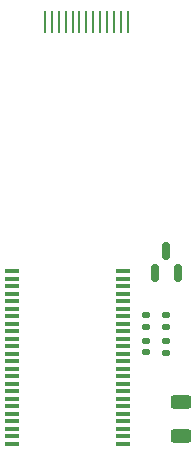
<source format=gbr>
%TF.GenerationSoftware,KiCad,Pcbnew,8.0.4*%
%TF.CreationDate,2024-08-28T21:17:21+02:00*%
%TF.ProjectId,Projektor,50726f6a-656b-4746-9f72-2e6b69636164,rev?*%
%TF.SameCoordinates,Original*%
%TF.FileFunction,Paste,Top*%
%TF.FilePolarity,Positive*%
%FSLAX46Y46*%
G04 Gerber Fmt 4.6, Leading zero omitted, Abs format (unit mm)*
G04 Created by KiCad (PCBNEW 8.0.4) date 2024-08-28 21:17:21*
%MOMM*%
%LPD*%
G01*
G04 APERTURE LIST*
G04 Aperture macros list*
%AMRoundRect*
0 Rectangle with rounded corners*
0 $1 Rounding radius*
0 $2 $3 $4 $5 $6 $7 $8 $9 X,Y pos of 4 corners*
0 Add a 4 corners polygon primitive as box body*
4,1,4,$2,$3,$4,$5,$6,$7,$8,$9,$2,$3,0*
0 Add four circle primitives for the rounded corners*
1,1,$1+$1,$2,$3*
1,1,$1+$1,$4,$5*
1,1,$1+$1,$6,$7*
1,1,$1+$1,$8,$9*
0 Add four rect primitives between the rounded corners*
20,1,$1+$1,$2,$3,$4,$5,0*
20,1,$1+$1,$4,$5,$6,$7,0*
20,1,$1+$1,$6,$7,$8,$9,0*
20,1,$1+$1,$8,$9,$2,$3,0*%
G04 Aperture macros list end*
%ADD10RoundRect,0.150000X0.150000X-0.587500X0.150000X0.587500X-0.150000X0.587500X-0.150000X-0.587500X0*%
%ADD11RoundRect,0.140000X-0.170000X0.140000X-0.170000X-0.140000X0.170000X-0.140000X0.170000X0.140000X0*%
%ADD12RoundRect,0.250000X-0.625000X0.312500X-0.625000X-0.312500X0.625000X-0.312500X0.625000X0.312500X0*%
%ADD13RoundRect,0.135000X-0.185000X0.135000X-0.185000X-0.135000X0.185000X-0.135000X0.185000X0.135000X0*%
%ADD14RoundRect,0.135000X0.185000X-0.135000X0.185000X0.135000X-0.185000X0.135000X-0.185000X-0.135000X0*%
%ADD15R,1.200000X0.400000*%
%ADD16R,0.250000X1.905000*%
G04 APERTURE END LIST*
D10*
%TO.C,Q1*%
X240788025Y-46132500D03*
X242688025Y-46132500D03*
X241738025Y-44257500D03*
%TD*%
D11*
%TO.C,C1*%
X240038025Y-51857500D03*
X240038025Y-52817500D03*
%TD*%
D12*
%TO.C,R4*%
X243000000Y-57000000D03*
X243000000Y-59925000D03*
%TD*%
D13*
%TO.C,R3*%
X241738025Y-51857500D03*
X241738025Y-52877500D03*
%TD*%
%TO.C,R2*%
X241738025Y-49657500D03*
X241738025Y-50677500D03*
%TD*%
D14*
%TO.C,R1*%
X240038025Y-50657500D03*
X240038025Y-49637500D03*
%TD*%
D15*
%TO.C,U2*%
X238038025Y-60562500D03*
X238038025Y-59927500D03*
X238038025Y-59292500D03*
X238038025Y-58657500D03*
X238038025Y-58022500D03*
X238038025Y-57387500D03*
X238038025Y-56752500D03*
X238038025Y-56117500D03*
X238038025Y-55482500D03*
X238038025Y-54847500D03*
X238038025Y-54212500D03*
X238038025Y-53577500D03*
X238038025Y-52942500D03*
X238038025Y-52307500D03*
X238038025Y-51672500D03*
X238038025Y-51037500D03*
X238038025Y-50402500D03*
X238038025Y-49767500D03*
X238038025Y-49132500D03*
X238038025Y-48497500D03*
X238038025Y-47862500D03*
X238038025Y-47227500D03*
X238038025Y-46592500D03*
X238038025Y-45957500D03*
X228638025Y-45957500D03*
X228638025Y-46592500D03*
X228638025Y-47227500D03*
X228638025Y-47862500D03*
X228638025Y-48497500D03*
X228638025Y-49132500D03*
X228638025Y-49767500D03*
X228638025Y-50402500D03*
X228638025Y-51037500D03*
X228638025Y-51672500D03*
X228638025Y-52307500D03*
X228638025Y-52942500D03*
X228638025Y-53577500D03*
X228638025Y-54212500D03*
X228638025Y-54847500D03*
X228638025Y-55482500D03*
X228638025Y-56117500D03*
X228638025Y-56752500D03*
X228638025Y-57387500D03*
X228638025Y-58022500D03*
X228638025Y-58657500D03*
X228638025Y-59292500D03*
X228638025Y-59927500D03*
X228638025Y-60562500D03*
%TD*%
D16*
%TO.C,U1*%
X231442600Y-24851500D03*
X232027600Y-24851500D03*
X232612600Y-24851500D03*
X233197600Y-24851500D03*
X233782600Y-24851500D03*
X234367600Y-24851500D03*
X234952600Y-24851500D03*
X235537600Y-24851500D03*
X236122600Y-24851500D03*
X236707600Y-24851500D03*
X237292600Y-24851500D03*
X237877600Y-24851500D03*
X238462600Y-24851500D03*
%TD*%
M02*

</source>
